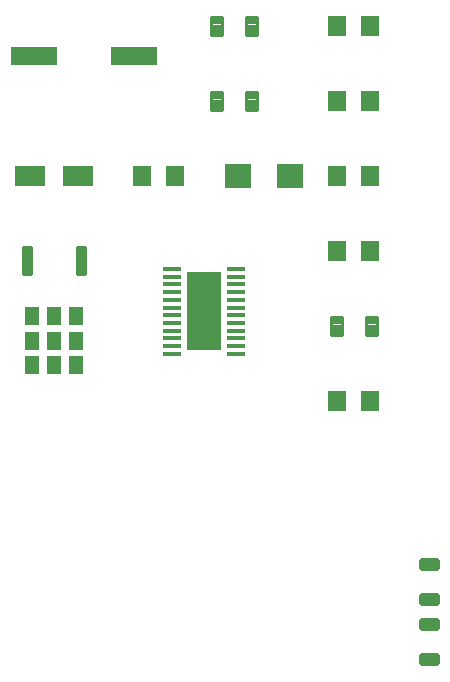
<source format=gbr>
G04 EAGLE Gerber RS-274X export*
G75*
%MOMM*%
%FSLAX34Y34*%
%LPD*%
%INSolderpaste Top*%
%IPPOS*%
%AMOC8*
5,1,8,0,0,1.08239X$1,22.5*%
G01*
%ADD10R,1.600200X0.457200*%
%ADD11R,2.895600X6.654800*%
%ADD12R,1.600000X1.800000*%
%ADD13R,1.310000X1.500000*%
%ADD14C,0.235000*%
%ADD15R,2.200000X2.150000*%
%ADD16R,3.900000X1.600000*%
%ADD17C,0.290000*%
%ADD18R,2.500000X1.700000*%
%ADD19C,0.621000*%


D10*
X565658Y287020D03*
X565658Y293624D03*
X565658Y299974D03*
X565658Y306578D03*
X565658Y313182D03*
X565658Y319532D03*
X565658Y326136D03*
X565658Y332486D03*
X565658Y339090D03*
X565658Y345694D03*
X565658Y352044D03*
X565658Y358648D03*
X511810Y358648D03*
X511810Y352044D03*
X511810Y345694D03*
X511810Y339090D03*
X511810Y332486D03*
X511810Y326136D03*
X511810Y319532D03*
X511810Y313182D03*
X511810Y306578D03*
X511810Y299974D03*
X511810Y293624D03*
X511810Y287020D03*
D11*
X538734Y322834D03*
D12*
X651734Y500634D03*
X679734Y500634D03*
X651734Y564134D03*
X679734Y564134D03*
X651734Y246634D03*
X679734Y246634D03*
X651734Y373634D03*
X679734Y373634D03*
X651734Y437134D03*
X679734Y437134D03*
D13*
X411734Y298034D03*
X411734Y277234D03*
X411734Y318834D03*
X430634Y277234D03*
X392834Y277234D03*
X392834Y298034D03*
X430634Y298034D03*
X392834Y318834D03*
X430634Y318834D03*
D14*
X431009Y354809D02*
X431009Y377659D01*
X438059Y377659D01*
X438059Y354809D01*
X431009Y354809D01*
X431009Y357041D02*
X438059Y357041D01*
X438059Y359273D02*
X431009Y359273D01*
X431009Y361505D02*
X438059Y361505D01*
X438059Y363737D02*
X431009Y363737D01*
X431009Y365969D02*
X438059Y365969D01*
X438059Y368201D02*
X431009Y368201D01*
X431009Y370433D02*
X438059Y370433D01*
X438059Y372665D02*
X431009Y372665D01*
X431009Y374897D02*
X438059Y374897D01*
X438059Y377129D02*
X431009Y377129D01*
X385409Y377659D02*
X385409Y354809D01*
X385409Y377659D02*
X392459Y377659D01*
X392459Y354809D01*
X385409Y354809D01*
X385409Y357041D02*
X392459Y357041D01*
X392459Y359273D02*
X385409Y359273D01*
X385409Y361505D02*
X392459Y361505D01*
X392459Y363737D02*
X385409Y363737D01*
X385409Y365969D02*
X392459Y365969D01*
X392459Y368201D02*
X385409Y368201D01*
X385409Y370433D02*
X392459Y370433D01*
X392459Y372665D02*
X385409Y372665D01*
X385409Y374897D02*
X392459Y374897D01*
X392459Y377129D02*
X385409Y377129D01*
D12*
X514634Y437134D03*
X486634Y437134D03*
D15*
X567534Y437134D03*
X611534Y437134D03*
D16*
X479634Y538734D03*
X394634Y538734D03*
D17*
X553734Y556484D02*
X553734Y571784D01*
X553734Y556484D02*
X545034Y556484D01*
X545034Y571784D01*
X553734Y571784D01*
X553734Y559239D02*
X545034Y559239D01*
X545034Y561994D02*
X553734Y561994D01*
X553734Y564749D02*
X545034Y564749D01*
X545034Y567504D02*
X553734Y567504D01*
X553734Y570259D02*
X545034Y570259D01*
X583234Y571784D02*
X583234Y556484D01*
X574534Y556484D01*
X574534Y571784D01*
X583234Y571784D01*
X583234Y559239D02*
X574534Y559239D01*
X574534Y561994D02*
X583234Y561994D01*
X583234Y564749D02*
X574534Y564749D01*
X574534Y567504D02*
X583234Y567504D01*
X583234Y570259D02*
X574534Y570259D01*
X553734Y508284D02*
X553734Y492984D01*
X545034Y492984D01*
X545034Y508284D01*
X553734Y508284D01*
X553734Y495739D02*
X545034Y495739D01*
X545034Y498494D02*
X553734Y498494D01*
X553734Y501249D02*
X545034Y501249D01*
X545034Y504004D02*
X553734Y504004D01*
X553734Y506759D02*
X545034Y506759D01*
X583234Y508284D02*
X583234Y492984D01*
X574534Y492984D01*
X574534Y508284D01*
X583234Y508284D01*
X583234Y495739D02*
X574534Y495739D01*
X574534Y498494D02*
X583234Y498494D01*
X583234Y501249D02*
X574534Y501249D01*
X574534Y504004D02*
X583234Y504004D01*
X583234Y506759D02*
X574534Y506759D01*
X655334Y317784D02*
X655334Y302484D01*
X646634Y302484D01*
X646634Y317784D01*
X655334Y317784D01*
X655334Y305239D02*
X646634Y305239D01*
X646634Y307994D02*
X655334Y307994D01*
X655334Y310749D02*
X646634Y310749D01*
X646634Y313504D02*
X655334Y313504D01*
X655334Y316259D02*
X646634Y316259D01*
X684834Y317784D02*
X684834Y302484D01*
X676134Y302484D01*
X676134Y317784D01*
X684834Y317784D01*
X684834Y305239D02*
X676134Y305239D01*
X676134Y307994D02*
X684834Y307994D01*
X684834Y310749D02*
X676134Y310749D01*
X676134Y313504D02*
X684834Y313504D01*
X684834Y316259D02*
X676134Y316259D01*
D18*
X391734Y437134D03*
X431734Y437134D03*
D19*
X723239Y55639D02*
X735229Y55639D01*
X723239Y55639D02*
X723239Y60929D01*
X735229Y60929D01*
X735229Y55639D01*
X735229Y25939D02*
X723239Y25939D01*
X723239Y31229D01*
X735229Y31229D01*
X735229Y25939D01*
X735229Y106439D02*
X723239Y106439D01*
X723239Y111729D01*
X735229Y111729D01*
X735229Y106439D01*
X735229Y76739D02*
X723239Y76739D01*
X723239Y82029D01*
X735229Y82029D01*
X735229Y76739D01*
M02*

</source>
